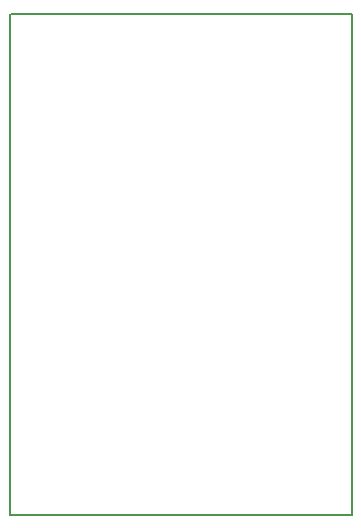
<source format=gbr>
G04 start of page 4 for group 2 idx 2 *
G04 Title: (unknown), outline *
G04 Creator: pcb 1.99z *
G04 CreationDate: Mon 08 Dec 2014 11:05:10 PM GMT UTC *
G04 For: commonadmin *
G04 Format: Gerber/RS-274X *
G04 PCB-Dimensions (mil): 1377.95 1692.91 *
G04 PCB-Coordinate-Origin: lower left *
%MOIN*%
%FSLAX25Y25*%
%LNOUTLINE*%
%ADD36C,0.0060*%
G54D36*X125173Y1965D02*Y168618D01*
X125000Y168791D01*
X11000Y1791D02*Y168291D01*
X11500Y168791D01*
X125000D02*X11500D01*
X125173Y1965D02*X125000Y1791D01*
X11000D02*X125000D01*
M02*

</source>
